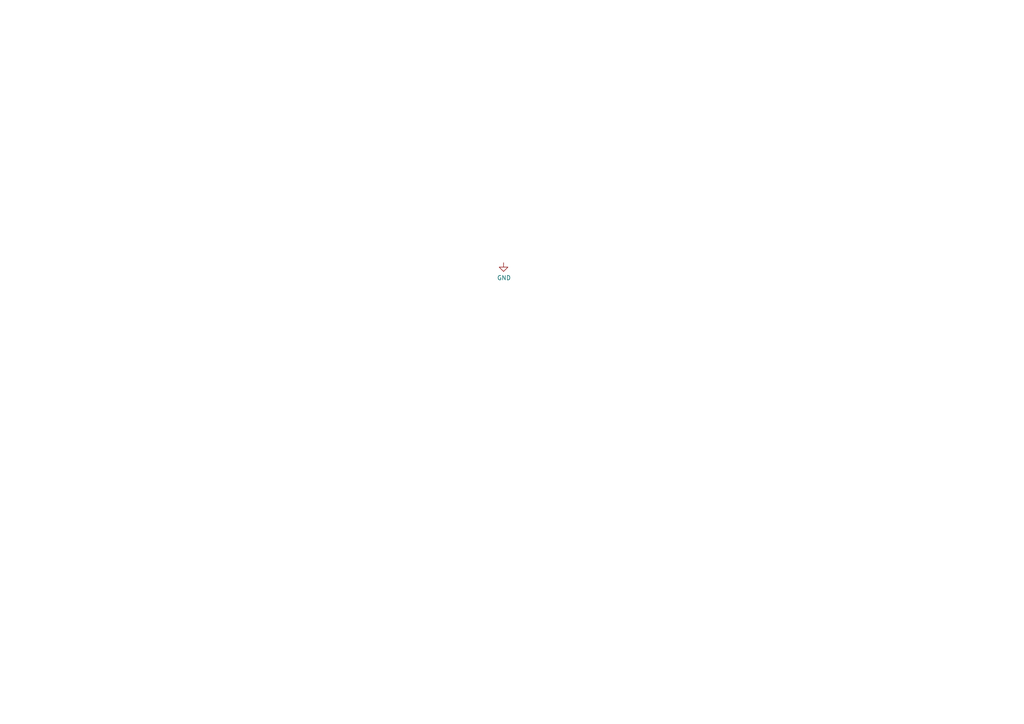
<source format=kicad_sch>
(kicad_sch (version 20211123) (generator eeschema)
  (paper "A4")
  (lib_symbols
    (symbol "power:GND" (power) (pin_names (offset 0))
      (property "Value" "GND" (at 0 -3.81 0))
      (symbol "GND_0_1"
        (polyline (pts (xy 0 0) (xy 0 -1.27) (xy 1.27 -1.27) (xy 0 -2.54) (xy -1.27 -1.27) (xy 0 -1.27)))
      )
      (symbol "GND_1_1"
        (pin power_in line (at 0 0 270) (length 0) hide (name "GND") (number "1"))
      )
    )
  )
  (symbol (lib_id "power:GND") (at 146.05 76.2 0) (unit 1)
    (property "Reference" "#PWR02" (effects hide))
    (property "Value" "GND" (at 146.177 80.5942 0))
  )
)
</source>
